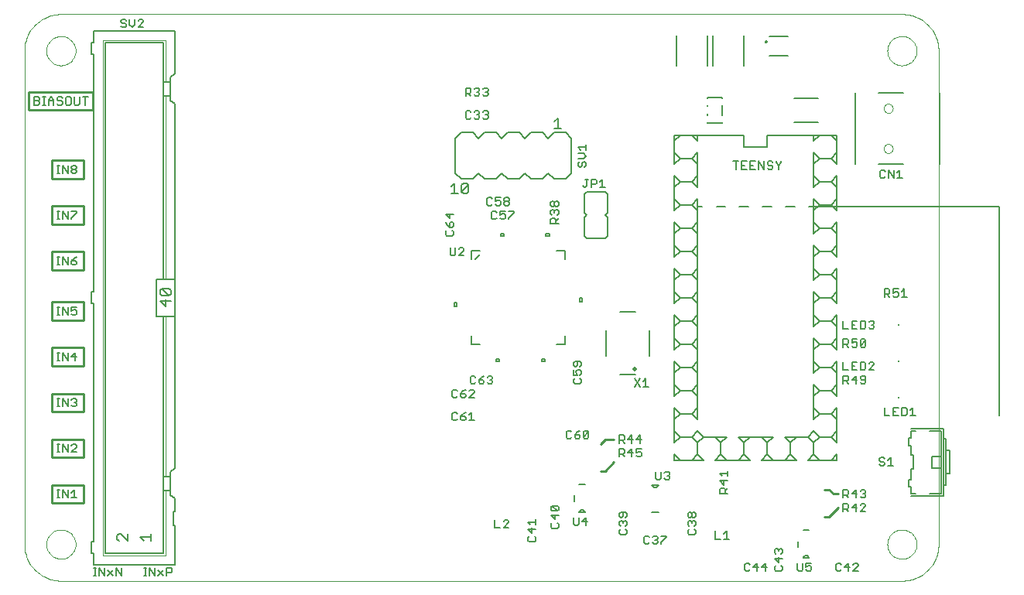
<source format=gto>
G75*
G70*
%OFA0B0*%
%FSLAX24Y24*%
%IPPOS*%
%LPD*%
%AMOC8*
5,1,8,0,0,1.08239X$1,22.5*
%
%ADD10C,0.0100*%
%ADD11C,0.0060*%
%ADD12C,0.0080*%
%ADD13C,0.0050*%
%ADD14C,0.0200*%
%ADD15C,0.0000*%
%ADD16C,0.0020*%
%ADD17R,0.0079X0.0079*%
D10*
X007580Y006762D02*
X007580Y007549D01*
X008958Y007549D01*
X008958Y006762D01*
X007580Y006762D01*
X007580Y008731D02*
X007580Y009518D01*
X008958Y009518D01*
X008958Y008731D01*
X007580Y008731D01*
X007580Y010699D02*
X007580Y011486D01*
X008958Y011486D01*
X008958Y010699D01*
X007580Y010699D01*
X007580Y012668D02*
X007580Y013455D01*
X008958Y013455D01*
X008958Y012668D01*
X007580Y012668D01*
X007580Y014636D02*
X007580Y015423D01*
X008958Y015423D01*
X008958Y014636D01*
X007580Y014636D01*
X007580Y016801D02*
X007580Y017589D01*
X008958Y017589D01*
X008958Y016801D01*
X007580Y016801D01*
X007580Y018770D02*
X007580Y019557D01*
X008958Y019557D01*
X008958Y018770D01*
X007580Y018770D01*
X007580Y020738D02*
X007580Y021526D01*
X008958Y021526D01*
X008958Y020738D01*
X007580Y020738D01*
X006596Y023691D02*
X009352Y023691D01*
X009352Y024479D01*
X006596Y024479D01*
X006596Y023691D01*
X031202Y009321D02*
X031399Y009518D01*
X031793Y009518D01*
X031793Y008534D02*
X031399Y008140D01*
X031202Y008140D01*
X040848Y007353D02*
X041045Y007353D01*
X041242Y007156D01*
X041439Y007156D01*
X041439Y006565D02*
X041045Y006172D01*
X040848Y006172D01*
D11*
X041665Y006398D02*
X041665Y006739D01*
X041836Y006739D01*
X041892Y006682D01*
X041892Y006569D01*
X041836Y006512D01*
X041665Y006512D01*
X041779Y006512D02*
X041892Y006398D01*
X042034Y006569D02*
X042261Y006569D01*
X042204Y006739D02*
X042034Y006569D01*
X042204Y006739D02*
X042204Y006398D01*
X042402Y006398D02*
X042629Y006625D01*
X042629Y006682D01*
X042572Y006739D01*
X042459Y006739D01*
X042402Y006682D01*
X042402Y006398D02*
X042629Y006398D01*
X042572Y006989D02*
X042459Y006989D01*
X042402Y007046D01*
X042515Y007159D02*
X042572Y007159D01*
X042629Y007102D01*
X042629Y007046D01*
X042572Y006989D01*
X042572Y007159D02*
X042629Y007216D01*
X042629Y007272D01*
X042572Y007329D01*
X042459Y007329D01*
X042402Y007272D01*
X042261Y007159D02*
X042034Y007159D01*
X042204Y007329D01*
X042204Y006989D01*
X041892Y006989D02*
X041779Y007102D01*
X041836Y007102D02*
X041665Y007102D01*
X041665Y006989D02*
X041665Y007329D01*
X041836Y007329D01*
X041892Y007272D01*
X041892Y007159D01*
X041836Y007102D01*
X040181Y005590D02*
X039941Y005590D01*
X039721Y005120D02*
X039721Y004860D01*
X039941Y004390D02*
X040181Y004390D01*
X040179Y004411D01*
X040174Y004431D01*
X040165Y004450D01*
X040153Y004467D01*
X040138Y004482D01*
X040121Y004494D01*
X040102Y004503D01*
X040082Y004508D01*
X040061Y004510D01*
X040040Y004508D01*
X040020Y004503D01*
X040001Y004494D01*
X039984Y004482D01*
X039969Y004467D01*
X039957Y004450D01*
X039948Y004431D01*
X039943Y004411D01*
X039941Y004390D01*
X039924Y004180D02*
X039924Y003896D01*
X039867Y003839D01*
X039754Y003839D01*
X039697Y003896D01*
X039697Y004180D01*
X040065Y004180D02*
X040065Y004009D01*
X040179Y004066D01*
X040235Y004066D01*
X040292Y004009D01*
X040292Y003896D01*
X040235Y003839D01*
X040122Y003839D01*
X040065Y003896D01*
X040065Y004180D02*
X040292Y004180D01*
X041348Y004117D02*
X041348Y003890D01*
X041405Y003833D01*
X041518Y003833D01*
X041575Y003890D01*
X041716Y004003D02*
X041943Y004003D01*
X041886Y003833D02*
X041886Y004173D01*
X041716Y004003D01*
X041575Y004117D02*
X041518Y004173D01*
X041405Y004173D01*
X041348Y004117D01*
X042085Y004117D02*
X042141Y004173D01*
X042255Y004173D01*
X042311Y004117D01*
X042311Y004060D01*
X042085Y003833D01*
X042311Y003833D01*
X039046Y003896D02*
X039046Y004009D01*
X038990Y004066D01*
X039046Y003896D02*
X038990Y003839D01*
X038763Y003839D01*
X038706Y003896D01*
X038706Y004009D01*
X038763Y004066D01*
X038876Y004208D02*
X038876Y004434D01*
X039046Y004378D02*
X038706Y004378D01*
X038876Y004208D01*
X038763Y004576D02*
X038706Y004633D01*
X038706Y004746D01*
X038763Y004803D01*
X038820Y004803D01*
X038876Y004746D01*
X038933Y004803D01*
X038990Y004803D01*
X039046Y004746D01*
X039046Y004633D01*
X038990Y004576D01*
X038876Y004689D02*
X038876Y004746D01*
X038318Y004173D02*
X038148Y004003D01*
X038374Y004003D01*
X038318Y003833D02*
X038318Y004173D01*
X038006Y004003D02*
X037779Y004003D01*
X037949Y004173D01*
X037949Y003833D01*
X037638Y003890D02*
X037581Y003833D01*
X037468Y003833D01*
X037411Y003890D01*
X037411Y004117D01*
X037468Y004173D01*
X037581Y004173D01*
X037638Y004117D01*
X036749Y005217D02*
X036522Y005217D01*
X036635Y005217D02*
X036635Y005558D01*
X036522Y005444D01*
X036380Y005217D02*
X036154Y005217D01*
X036154Y005558D01*
X035306Y005584D02*
X035250Y005641D01*
X035306Y005584D02*
X035306Y005471D01*
X035250Y005414D01*
X035023Y005414D01*
X034966Y005471D01*
X034966Y005584D01*
X035023Y005641D01*
X035023Y005782D02*
X034966Y005839D01*
X034966Y005953D01*
X035023Y006009D01*
X035079Y006009D01*
X035136Y005953D01*
X035193Y006009D01*
X035250Y006009D01*
X035306Y005953D01*
X035306Y005839D01*
X035250Y005782D01*
X035136Y005896D02*
X035136Y005953D01*
X035079Y006151D02*
X035023Y006151D01*
X034966Y006207D01*
X034966Y006321D01*
X035023Y006378D01*
X035079Y006378D01*
X035136Y006321D01*
X035136Y006207D01*
X035079Y006151D01*
X035136Y006207D02*
X035193Y006151D01*
X035250Y006151D01*
X035306Y006207D01*
X035306Y006321D01*
X035250Y006378D01*
X035193Y006378D01*
X035136Y006321D01*
X033725Y006369D02*
X033405Y006369D01*
X032353Y006321D02*
X032297Y006378D01*
X032070Y006378D01*
X032013Y006321D01*
X032013Y006207D01*
X032070Y006151D01*
X032127Y006151D01*
X032183Y006207D01*
X032183Y006378D01*
X032353Y006321D02*
X032353Y006207D01*
X032297Y006151D01*
X032297Y006009D02*
X032353Y005953D01*
X032353Y005839D01*
X032297Y005782D01*
X032297Y005641D02*
X032353Y005584D01*
X032353Y005471D01*
X032297Y005414D01*
X032070Y005414D01*
X032013Y005471D01*
X032013Y005584D01*
X032070Y005641D01*
X032070Y005782D02*
X032013Y005839D01*
X032013Y005953D01*
X032070Y006009D01*
X032127Y006009D01*
X032183Y005953D01*
X032240Y006009D01*
X032297Y006009D01*
X032183Y005953D02*
X032183Y005896D01*
X033080Y005298D02*
X033080Y005071D01*
X033137Y005014D01*
X033250Y005014D01*
X033307Y005071D01*
X033448Y005071D02*
X033505Y005014D01*
X033619Y005014D01*
X033675Y005071D01*
X033675Y005128D01*
X033619Y005184D01*
X033562Y005184D01*
X033619Y005184D02*
X033675Y005241D01*
X033675Y005298D01*
X033619Y005354D01*
X033505Y005354D01*
X033448Y005298D01*
X033307Y005298D02*
X033250Y005354D01*
X033137Y005354D01*
X033080Y005298D01*
X033817Y005354D02*
X034044Y005354D01*
X034044Y005298D01*
X033817Y005071D01*
X033817Y005014D01*
X030646Y005978D02*
X030420Y005978D01*
X030590Y006148D01*
X030590Y005808D01*
X030278Y005865D02*
X030278Y006148D01*
X030295Y006359D02*
X030535Y006359D01*
X030533Y006380D01*
X030528Y006400D01*
X030519Y006419D01*
X030507Y006436D01*
X030492Y006451D01*
X030475Y006463D01*
X030456Y006472D01*
X030436Y006477D01*
X030415Y006479D01*
X030394Y006477D01*
X030374Y006472D01*
X030355Y006463D01*
X030338Y006451D01*
X030323Y006436D01*
X030311Y006419D01*
X030302Y006400D01*
X030297Y006380D01*
X030295Y006359D01*
X030051Y006148D02*
X030051Y005865D01*
X030108Y005808D01*
X030221Y005808D01*
X030278Y005865D01*
X029407Y005857D02*
X029350Y005914D01*
X029407Y005857D02*
X029407Y005744D01*
X029350Y005687D01*
X029123Y005687D01*
X029067Y005744D01*
X029067Y005857D01*
X029123Y005914D01*
X029237Y006055D02*
X029237Y006282D01*
X029407Y006226D02*
X029067Y006226D01*
X029237Y006055D01*
X029350Y006424D02*
X029123Y006651D01*
X029350Y006651D01*
X029407Y006594D01*
X029407Y006480D01*
X029350Y006424D01*
X029123Y006424D01*
X029067Y006480D01*
X029067Y006594D01*
X029123Y006651D01*
X030075Y006829D02*
X030075Y007089D01*
X030295Y007559D02*
X030535Y007559D01*
X032020Y008761D02*
X032020Y009101D01*
X032190Y009101D01*
X032247Y009044D01*
X032247Y008931D01*
X032190Y008874D01*
X032020Y008874D01*
X032133Y008874D02*
X032247Y008761D01*
X032388Y008931D02*
X032615Y008931D01*
X032756Y008931D02*
X032870Y008987D01*
X032927Y008987D01*
X032983Y008931D01*
X032983Y008817D01*
X032927Y008761D01*
X032813Y008761D01*
X032756Y008817D01*
X032756Y008931D02*
X032756Y009101D01*
X032983Y009101D01*
X032927Y009351D02*
X032927Y009691D01*
X032756Y009521D01*
X032983Y009521D01*
X032615Y009521D02*
X032388Y009521D01*
X032558Y009691D01*
X032558Y009351D01*
X032558Y009101D02*
X032388Y008931D01*
X032558Y008761D02*
X032558Y009101D01*
X032247Y009351D02*
X032133Y009465D01*
X032190Y009465D02*
X032020Y009465D01*
X032020Y009351D02*
X032020Y009691D01*
X032190Y009691D01*
X032247Y009635D01*
X032247Y009521D01*
X032190Y009465D01*
X030697Y009598D02*
X030640Y009542D01*
X030527Y009542D01*
X030470Y009598D01*
X030697Y009825D01*
X030697Y009598D01*
X030470Y009598D02*
X030470Y009825D01*
X030527Y009882D01*
X030640Y009882D01*
X030697Y009825D01*
X030329Y009882D02*
X030215Y009825D01*
X030102Y009712D01*
X030272Y009712D01*
X030329Y009655D01*
X030329Y009598D01*
X030272Y009542D01*
X030159Y009542D01*
X030102Y009598D01*
X030102Y009712D01*
X029961Y009825D02*
X029904Y009882D01*
X029790Y009882D01*
X029734Y009825D01*
X029734Y009598D01*
X029790Y009542D01*
X029904Y009542D01*
X029961Y009598D01*
X030101Y011910D02*
X030045Y011967D01*
X030045Y012080D01*
X030101Y012137D01*
X030045Y012278D02*
X030215Y012278D01*
X030158Y012392D01*
X030158Y012449D01*
X030215Y012505D01*
X030328Y012505D01*
X030385Y012449D01*
X030385Y012335D01*
X030328Y012278D01*
X030328Y012137D02*
X030385Y012080D01*
X030385Y011967D01*
X030328Y011910D01*
X030101Y011910D01*
X030045Y012278D02*
X030045Y012505D01*
X030101Y012647D02*
X030045Y012704D01*
X030045Y012817D01*
X030101Y012874D01*
X030328Y012874D01*
X030385Y012817D01*
X030385Y012704D01*
X030328Y012647D01*
X030215Y012704D02*
X030158Y012647D01*
X030101Y012647D01*
X030215Y012704D02*
X030215Y012874D01*
X029669Y013610D02*
X029319Y013610D01*
X029669Y013610D02*
X029669Y013960D01*
X028819Y012980D02*
X028669Y012980D01*
X028669Y012880D01*
X028819Y012880D01*
X028819Y012980D01*
X026849Y012980D02*
X026849Y012880D01*
X026699Y012880D01*
X026699Y012980D01*
X026849Y012980D01*
X025999Y013610D02*
X025649Y013610D01*
X025649Y013960D01*
X025019Y015250D02*
X024919Y015250D01*
X024919Y015400D01*
X025019Y015400D01*
X025019Y015250D01*
X025649Y017280D02*
X025649Y017630D01*
X025999Y017630D01*
X025999Y017480D02*
X025799Y017280D01*
X025331Y017422D02*
X025105Y017422D01*
X025331Y017649D01*
X025331Y017706D01*
X025275Y017762D01*
X025161Y017762D01*
X025105Y017706D01*
X024963Y017762D02*
X024963Y017479D01*
X024906Y017422D01*
X024793Y017422D01*
X024736Y017479D01*
X024736Y017762D01*
X024823Y018286D02*
X024879Y018342D01*
X024879Y018456D01*
X024823Y018512D01*
X024823Y018654D02*
X024879Y018711D01*
X024879Y018824D01*
X024823Y018881D01*
X024766Y018881D01*
X024709Y018824D01*
X024709Y018654D01*
X024823Y018654D01*
X024709Y018654D02*
X024596Y018767D01*
X024539Y018881D01*
X024709Y019022D02*
X024709Y019249D01*
X024539Y019192D02*
X024709Y019022D01*
X024879Y019192D02*
X024539Y019192D01*
X024596Y018512D02*
X024539Y018456D01*
X024539Y018342D01*
X024596Y018286D01*
X024823Y018286D01*
X026508Y019054D02*
X026508Y019280D01*
X026565Y019337D01*
X026678Y019337D01*
X026735Y019280D01*
X026876Y019337D02*
X026876Y019167D01*
X026990Y019224D01*
X027046Y019224D01*
X027103Y019167D01*
X027103Y019054D01*
X027046Y018997D01*
X026933Y018997D01*
X026876Y019054D01*
X026735Y019054D02*
X026678Y018997D01*
X026565Y018997D01*
X026508Y019054D01*
X026876Y019337D02*
X027103Y019337D01*
X027245Y019337D02*
X027471Y019337D01*
X027471Y019280D01*
X027245Y019054D01*
X027245Y018997D01*
X027218Y019587D02*
X027104Y019587D01*
X027048Y019644D01*
X027048Y019701D01*
X027104Y019757D01*
X027218Y019757D01*
X027275Y019701D01*
X027275Y019644D01*
X027218Y019587D01*
X027218Y019757D02*
X027275Y019814D01*
X027275Y019871D01*
X027218Y019928D01*
X027104Y019928D01*
X027048Y019871D01*
X027048Y019814D01*
X027104Y019757D01*
X026906Y019757D02*
X026850Y019814D01*
X026793Y019814D01*
X026679Y019757D01*
X026679Y019928D01*
X026906Y019928D01*
X026906Y019757D02*
X026906Y019644D01*
X026850Y019587D01*
X026736Y019587D01*
X026679Y019644D01*
X026538Y019644D02*
X026481Y019587D01*
X026368Y019587D01*
X026311Y019644D01*
X026311Y019871D01*
X026368Y019928D01*
X026481Y019928D01*
X026538Y019871D01*
X026712Y020723D02*
X026212Y020723D01*
X025962Y020973D01*
X025712Y020723D01*
X025212Y020723D01*
X024962Y020973D01*
X024962Y022473D01*
X025212Y022723D01*
X025712Y022723D01*
X025962Y022473D01*
X026212Y022723D01*
X026712Y022723D01*
X026962Y022473D01*
X027212Y022723D01*
X027712Y022723D01*
X027962Y022473D01*
X028212Y022723D01*
X028712Y022723D01*
X028962Y022473D01*
X029212Y022723D01*
X029712Y022723D01*
X029962Y022473D01*
X029962Y020973D01*
X029712Y020723D01*
X029212Y020723D01*
X028962Y020973D01*
X028712Y020723D01*
X028212Y020723D01*
X027962Y020973D01*
X027712Y020723D01*
X027212Y020723D01*
X026962Y020973D01*
X026712Y020723D01*
X029060Y019707D02*
X029117Y019763D01*
X029174Y019763D01*
X029231Y019707D01*
X029231Y019593D01*
X029174Y019537D01*
X029117Y019537D01*
X029060Y019593D01*
X029060Y019707D01*
X029231Y019707D02*
X029287Y019763D01*
X029344Y019763D01*
X029401Y019707D01*
X029401Y019593D01*
X029344Y019537D01*
X029287Y019537D01*
X029231Y019593D01*
X029287Y019395D02*
X029344Y019395D01*
X029401Y019338D01*
X029401Y019225D01*
X029344Y019168D01*
X029401Y019027D02*
X029287Y018913D01*
X029287Y018970D02*
X029287Y018800D01*
X029401Y018800D02*
X029060Y018800D01*
X029060Y018970D01*
X029117Y019027D01*
X029231Y019027D01*
X029287Y018970D01*
X029117Y019168D02*
X029060Y019225D01*
X029060Y019338D01*
X029117Y019395D01*
X029174Y019395D01*
X029231Y019338D01*
X029287Y019395D01*
X029231Y019338D02*
X029231Y019282D01*
X030506Y019264D02*
X030506Y020064D01*
X030606Y020164D01*
X031406Y020164D01*
X031506Y020064D01*
X031506Y019264D01*
X031406Y019164D01*
X031506Y019064D01*
X031506Y018264D01*
X031406Y018164D01*
X030606Y018164D01*
X030506Y018264D01*
X030506Y019064D01*
X030606Y019164D01*
X030506Y019264D01*
X030502Y020375D02*
X030558Y020375D01*
X030615Y020431D01*
X030615Y020715D01*
X030558Y020715D02*
X030672Y020715D01*
X030813Y020715D02*
X030983Y020715D01*
X031040Y020658D01*
X031040Y020545D01*
X030983Y020488D01*
X030813Y020488D01*
X030813Y020375D02*
X030813Y020715D01*
X031182Y020602D02*
X031295Y020715D01*
X031295Y020375D01*
X031182Y020375D02*
X031408Y020375D01*
X030502Y020375D02*
X030445Y020431D01*
X030361Y021238D02*
X030418Y021295D01*
X030418Y021408D01*
X030475Y021465D01*
X030531Y021465D01*
X030588Y021408D01*
X030588Y021295D01*
X030531Y021238D01*
X030361Y021238D02*
X030305Y021238D01*
X030248Y021295D01*
X030248Y021408D01*
X030305Y021465D01*
X030248Y021607D02*
X030475Y021607D01*
X030588Y021720D01*
X030475Y021833D01*
X030248Y021833D01*
X030361Y021975D02*
X030248Y022088D01*
X030588Y022088D01*
X030588Y021975D02*
X030588Y022202D01*
X026366Y023378D02*
X026310Y023321D01*
X026196Y023321D01*
X026140Y023378D01*
X025998Y023378D02*
X025941Y023321D01*
X025828Y023321D01*
X025771Y023378D01*
X025630Y023378D02*
X025573Y023321D01*
X025460Y023321D01*
X025403Y023378D01*
X025403Y023605D01*
X025460Y023661D01*
X025573Y023661D01*
X025630Y023605D01*
X025771Y023605D02*
X025828Y023661D01*
X025941Y023661D01*
X025998Y023605D01*
X025998Y023548D01*
X025941Y023491D01*
X025998Y023435D01*
X025998Y023378D01*
X025941Y023491D02*
X025885Y023491D01*
X026140Y023605D02*
X026196Y023661D01*
X026310Y023661D01*
X026366Y023605D01*
X026366Y023548D01*
X026310Y023491D01*
X026366Y023435D01*
X026366Y023378D01*
X026310Y023491D02*
X026253Y023491D01*
X026196Y024305D02*
X026140Y024362D01*
X026196Y024305D02*
X026310Y024305D01*
X026366Y024362D01*
X026366Y024419D01*
X026310Y024476D01*
X026253Y024476D01*
X026310Y024476D02*
X026366Y024532D01*
X026366Y024589D01*
X026310Y024646D01*
X026196Y024646D01*
X026140Y024589D01*
X025998Y024589D02*
X025998Y024532D01*
X025941Y024476D01*
X025998Y024419D01*
X025998Y024362D01*
X025941Y024305D01*
X025828Y024305D01*
X025771Y024362D01*
X025630Y024305D02*
X025516Y024419D01*
X025573Y024419D02*
X025403Y024419D01*
X025403Y024305D02*
X025403Y024646D01*
X025573Y024646D01*
X025630Y024589D01*
X025630Y024476D01*
X025573Y024419D01*
X025771Y024589D02*
X025828Y024646D01*
X025941Y024646D01*
X025998Y024589D01*
X025941Y024476D02*
X025885Y024476D01*
X034469Y025590D02*
X034469Y026910D01*
X035809Y026910D02*
X035809Y025590D01*
X036044Y025590D02*
X036044Y026910D01*
X037384Y026910D02*
X037384Y025590D01*
X038470Y026037D02*
X039290Y026037D01*
X039290Y026857D02*
X038470Y026857D01*
X038370Y026647D02*
X038369Y026656D01*
X038364Y026665D01*
X038358Y026671D01*
X038349Y026676D01*
X038340Y026677D01*
X038331Y026676D01*
X038322Y026671D01*
X038316Y026665D01*
X038311Y026656D01*
X038310Y026647D01*
X038311Y026638D01*
X038316Y026629D01*
X038322Y026623D01*
X038331Y026618D01*
X038340Y026617D01*
X038349Y026618D01*
X038358Y026623D01*
X038364Y026629D01*
X038369Y026638D01*
X038370Y026647D01*
X039541Y024211D02*
X040581Y024211D01*
X040581Y023171D02*
X039541Y023171D01*
X038994Y021491D02*
X038994Y021434D01*
X038880Y021320D01*
X038880Y021150D01*
X038880Y021320D02*
X038767Y021434D01*
X038767Y021491D01*
X038625Y021434D02*
X038569Y021491D01*
X038455Y021491D01*
X038399Y021434D01*
X038399Y021377D01*
X038455Y021320D01*
X038569Y021320D01*
X038625Y021264D01*
X038625Y021207D01*
X038569Y021150D01*
X038455Y021150D01*
X038399Y021207D01*
X038257Y021150D02*
X038257Y021491D01*
X038030Y021491D02*
X038030Y021150D01*
X037889Y021150D02*
X037662Y021150D01*
X037662Y021491D01*
X037889Y021491D01*
X038030Y021491D02*
X038257Y021150D01*
X037775Y021320D02*
X037662Y021320D01*
X037520Y021150D02*
X037294Y021150D01*
X037294Y021491D01*
X037520Y021491D01*
X037407Y021320D02*
X037294Y021320D01*
X037152Y021491D02*
X036925Y021491D01*
X037039Y021491D02*
X037039Y021150D01*
X036443Y023131D02*
X035805Y023131D01*
X035805Y023168D01*
X035805Y023486D02*
X035805Y023523D01*
X035805Y023860D02*
X035805Y023897D01*
X035805Y024214D02*
X035805Y024251D01*
X036443Y024251D01*
X036443Y024214D01*
X036443Y023897D02*
X036443Y023486D01*
X036443Y023168D02*
X036443Y023131D01*
X043240Y021052D02*
X043240Y020825D01*
X043297Y020768D01*
X043410Y020768D01*
X043467Y020825D01*
X043609Y020768D02*
X043609Y021109D01*
X043835Y020768D01*
X043835Y021109D01*
X043977Y020995D02*
X044090Y021109D01*
X044090Y020768D01*
X043977Y020768D02*
X044204Y020768D01*
X043467Y021052D02*
X043410Y021109D01*
X043297Y021109D01*
X043240Y021052D01*
X043437Y015991D02*
X043607Y015991D01*
X043664Y015934D01*
X043664Y015820D01*
X043607Y015764D01*
X043437Y015764D01*
X043551Y015764D02*
X043664Y015650D01*
X043805Y015707D02*
X043862Y015650D01*
X043976Y015650D01*
X044032Y015707D01*
X044032Y015820D01*
X043976Y015877D01*
X043919Y015877D01*
X043805Y015820D01*
X043805Y015991D01*
X044032Y015991D01*
X044174Y015877D02*
X044287Y015991D01*
X044287Y015650D01*
X044174Y015650D02*
X044401Y015650D01*
X043437Y015650D02*
X043437Y015991D01*
X042941Y014613D02*
X042827Y014613D01*
X042770Y014556D01*
X042629Y014556D02*
X042572Y014613D01*
X042402Y014613D01*
X042402Y014272D01*
X042572Y014272D01*
X042629Y014329D01*
X042629Y014556D01*
X042770Y014329D02*
X042827Y014272D01*
X042941Y014272D01*
X042997Y014329D01*
X042997Y014386D01*
X042941Y014443D01*
X042884Y014443D01*
X042941Y014443D02*
X042997Y014499D01*
X042997Y014556D01*
X042941Y014613D01*
X042261Y014613D02*
X042034Y014613D01*
X042034Y014272D01*
X042261Y014272D01*
X042147Y014443D02*
X042034Y014443D01*
X041892Y014272D02*
X041665Y014272D01*
X041665Y014613D01*
X041665Y013825D02*
X041836Y013825D01*
X041892Y013769D01*
X041892Y013655D01*
X041836Y013598D01*
X041665Y013598D01*
X041665Y013485D02*
X041665Y013825D01*
X041779Y013598D02*
X041892Y013485D01*
X042034Y013542D02*
X042090Y013485D01*
X042204Y013485D01*
X042261Y013542D01*
X042261Y013655D01*
X042204Y013712D01*
X042147Y013712D01*
X042034Y013655D01*
X042034Y013825D01*
X042261Y013825D01*
X042402Y013769D02*
X042402Y013542D01*
X042629Y013769D01*
X042629Y013542D01*
X042572Y013485D01*
X042459Y013485D01*
X042402Y013542D01*
X042402Y013769D02*
X042459Y013825D01*
X042572Y013825D01*
X042629Y013769D01*
X042572Y012841D02*
X042402Y012841D01*
X042402Y012501D01*
X042572Y012501D01*
X042629Y012557D01*
X042629Y012784D01*
X042572Y012841D01*
X042770Y012784D02*
X042827Y012841D01*
X042941Y012841D01*
X042997Y012784D01*
X042997Y012728D01*
X042770Y012501D01*
X042997Y012501D01*
X042629Y012194D02*
X042572Y012250D01*
X042459Y012250D01*
X042402Y012194D01*
X042402Y012137D01*
X042459Y012080D01*
X042629Y012080D01*
X042629Y011967D02*
X042629Y012194D01*
X042629Y011967D02*
X042572Y011910D01*
X042459Y011910D01*
X042402Y011967D01*
X042261Y012080D02*
X042034Y012080D01*
X042204Y012250D01*
X042204Y011910D01*
X041892Y011910D02*
X041779Y012024D01*
X041836Y012024D02*
X041665Y012024D01*
X041665Y011910D02*
X041665Y012250D01*
X041836Y012250D01*
X041892Y012194D01*
X041892Y012080D01*
X041836Y012024D01*
X041892Y012501D02*
X041665Y012501D01*
X041665Y012841D01*
X042034Y012841D02*
X042034Y012501D01*
X042261Y012501D01*
X042147Y012671D02*
X042034Y012671D01*
X042034Y012841D02*
X042261Y012841D01*
X043437Y010873D02*
X043437Y010532D01*
X043664Y010532D01*
X043805Y010532D02*
X044032Y010532D01*
X044174Y010532D02*
X044344Y010532D01*
X044401Y010589D01*
X044401Y010816D01*
X044344Y010873D01*
X044174Y010873D01*
X044174Y010532D01*
X043919Y010702D02*
X043805Y010702D01*
X043805Y010532D02*
X043805Y010873D01*
X044032Y010873D01*
X044542Y010759D02*
X044655Y010873D01*
X044655Y010532D01*
X044542Y010532D02*
X044769Y010532D01*
X044588Y009984D02*
X045988Y009984D01*
X045988Y009534D01*
X045988Y007084D01*
X044588Y007084D01*
X044588Y007184D02*
X044788Y007184D01*
X044588Y007184D02*
X044588Y007484D01*
X044488Y007484D01*
X044488Y007784D01*
X044588Y007784D01*
X044588Y008234D01*
X044688Y008234D01*
X044688Y008834D01*
X044588Y008834D01*
X044588Y009234D01*
X044488Y009234D01*
X044488Y009584D01*
X044588Y009584D01*
X044588Y009884D01*
X044788Y009884D01*
X045388Y009884D02*
X045888Y009884D01*
X045888Y008784D01*
X045488Y008784D01*
X045488Y008284D01*
X045888Y008284D01*
X045888Y008784D01*
X046088Y009034D02*
X046088Y009534D01*
X045988Y009534D01*
X046088Y009034D02*
X046238Y009034D01*
X046238Y008034D01*
X046088Y008034D01*
X046088Y009034D01*
X045888Y008284D02*
X045888Y007184D01*
X045388Y007184D01*
X045988Y007534D02*
X046088Y007534D01*
X046088Y008034D01*
X043820Y008383D02*
X043593Y008383D01*
X043706Y008383D02*
X043706Y008723D01*
X043593Y008609D01*
X043451Y008666D02*
X043395Y008723D01*
X043281Y008723D01*
X043224Y008666D01*
X043224Y008609D01*
X043281Y008553D01*
X043395Y008553D01*
X043451Y008496D01*
X043451Y008439D01*
X043395Y008383D01*
X043281Y008383D01*
X043224Y008439D01*
X036684Y008149D02*
X036684Y007922D01*
X036684Y008036D02*
X036344Y008036D01*
X036457Y007922D01*
X036514Y007781D02*
X036514Y007554D01*
X036344Y007724D01*
X036684Y007724D01*
X036684Y007413D02*
X036571Y007299D01*
X036571Y007356D02*
X036571Y007186D01*
X036684Y007186D02*
X036344Y007186D01*
X036344Y007356D01*
X036401Y007413D01*
X036514Y007413D01*
X036571Y007356D01*
X034190Y007833D02*
X034133Y007776D01*
X034020Y007776D01*
X033963Y007833D01*
X033821Y007833D02*
X033821Y008117D01*
X033963Y008060D02*
X034020Y008117D01*
X034133Y008117D01*
X034190Y008060D01*
X034190Y008003D01*
X034133Y007946D01*
X034190Y007890D01*
X034190Y007833D01*
X034133Y007946D02*
X034076Y007946D01*
X033821Y007833D02*
X033765Y007776D01*
X033651Y007776D01*
X033595Y007833D01*
X033595Y008117D01*
X033685Y007549D02*
X033683Y007528D01*
X033678Y007508D01*
X033669Y007489D01*
X033657Y007472D01*
X033642Y007457D01*
X033625Y007445D01*
X033606Y007436D01*
X033586Y007431D01*
X033565Y007429D01*
X033544Y007431D01*
X033524Y007436D01*
X033505Y007445D01*
X033488Y007457D01*
X033473Y007472D01*
X033461Y007489D01*
X033452Y007508D01*
X033447Y007528D01*
X033445Y007549D01*
X033405Y007549D01*
X033445Y007549D02*
X033685Y007549D01*
X033725Y007549D01*
X028423Y006060D02*
X028423Y005833D01*
X028423Y005947D02*
X028082Y005947D01*
X028196Y005833D01*
X028253Y005692D02*
X028253Y005465D01*
X028082Y005635D01*
X028423Y005635D01*
X028366Y005323D02*
X028423Y005267D01*
X028423Y005153D01*
X028366Y005097D01*
X028139Y005097D01*
X028082Y005153D01*
X028082Y005267D01*
X028139Y005323D01*
X027260Y005695D02*
X027033Y005695D01*
X027260Y005922D01*
X027260Y005979D01*
X027203Y006036D01*
X027090Y006036D01*
X027033Y005979D01*
X026892Y005695D02*
X026665Y005695D01*
X026665Y006036D01*
X025776Y010329D02*
X025549Y010329D01*
X025663Y010329D02*
X025663Y010669D01*
X025549Y010556D01*
X025408Y010669D02*
X025294Y010613D01*
X025181Y010499D01*
X025351Y010499D01*
X025408Y010443D01*
X025408Y010386D01*
X025351Y010329D01*
X025237Y010329D01*
X025181Y010386D01*
X025181Y010499D01*
X025039Y010386D02*
X024983Y010329D01*
X024869Y010329D01*
X024812Y010386D01*
X024812Y010613D01*
X024869Y010669D01*
X024983Y010669D01*
X025039Y010613D01*
X024983Y011313D02*
X025039Y011370D01*
X024983Y011313D02*
X024869Y011313D01*
X024812Y011370D01*
X024812Y011597D01*
X024869Y011654D01*
X024983Y011654D01*
X025039Y011597D01*
X025181Y011483D02*
X025351Y011483D01*
X025408Y011427D01*
X025408Y011370D01*
X025351Y011313D01*
X025237Y011313D01*
X025181Y011370D01*
X025181Y011483D01*
X025294Y011597D01*
X025408Y011654D01*
X025549Y011597D02*
X025606Y011654D01*
X025719Y011654D01*
X025776Y011597D01*
X025776Y011540D01*
X025549Y011313D01*
X025776Y011313D01*
X025770Y011904D02*
X025827Y011961D01*
X025770Y011904D02*
X025657Y011904D01*
X025600Y011961D01*
X025600Y012187D01*
X025657Y012244D01*
X025770Y012244D01*
X025827Y012187D01*
X025968Y012074D02*
X026138Y012074D01*
X026195Y012017D01*
X026195Y011961D01*
X026138Y011904D01*
X026025Y011904D01*
X025968Y011961D01*
X025968Y012074D01*
X026082Y012187D01*
X026195Y012244D01*
X026336Y012187D02*
X026393Y012244D01*
X026507Y012244D01*
X026563Y012187D01*
X026563Y012131D01*
X026507Y012074D01*
X026563Y012017D01*
X026563Y011961D01*
X026507Y011904D01*
X026393Y011904D01*
X026336Y011961D01*
X026450Y012074D02*
X026507Y012074D01*
X030299Y015450D02*
X030299Y015600D01*
X030399Y015600D01*
X030399Y015450D01*
X030299Y015450D01*
X029669Y017280D02*
X029669Y017630D01*
X029319Y017630D01*
X029009Y018260D02*
X028859Y018260D01*
X028859Y018360D01*
X029009Y018360D01*
X029009Y018260D01*
X027049Y018260D02*
X026899Y018260D01*
X026899Y018360D01*
X027049Y018360D01*
X027049Y018260D01*
X032677Y012122D02*
X032904Y011782D01*
X033045Y011782D02*
X033272Y011782D01*
X033159Y011782D02*
X033159Y012122D01*
X033045Y012009D01*
X032904Y012122D02*
X032677Y011782D01*
X012756Y003926D02*
X012756Y003813D01*
X012700Y003756D01*
X012529Y003756D01*
X012529Y003642D02*
X012529Y003983D01*
X012700Y003983D01*
X012756Y003926D01*
X012388Y003869D02*
X012161Y003642D01*
X012020Y003642D02*
X012020Y003983D01*
X012161Y003869D02*
X012388Y003642D01*
X012020Y003642D02*
X011793Y003983D01*
X011793Y003642D01*
X011661Y003642D02*
X011547Y003642D01*
X011604Y003642D02*
X011604Y003983D01*
X011547Y003983D02*
X011661Y003983D01*
X010591Y003983D02*
X010591Y003642D01*
X010364Y003983D01*
X010364Y003642D01*
X010223Y003642D02*
X009996Y003869D01*
X009854Y003983D02*
X009854Y003642D01*
X009628Y003983D01*
X009628Y003642D01*
X009495Y003642D02*
X009382Y003642D01*
X009439Y003642D02*
X009439Y003983D01*
X009495Y003983D02*
X009382Y003983D01*
X009996Y003642D02*
X010223Y003869D01*
X008648Y006989D02*
X008421Y006989D01*
X008534Y006989D02*
X008534Y007329D01*
X008421Y007216D01*
X008280Y007329D02*
X008280Y006989D01*
X008053Y007329D01*
X008053Y006989D01*
X007921Y006989D02*
X007807Y006989D01*
X007864Y006989D02*
X007864Y007329D01*
X007807Y007329D02*
X007921Y007329D01*
X007921Y008957D02*
X007807Y008957D01*
X007864Y008957D02*
X007864Y009298D01*
X007807Y009298D02*
X007921Y009298D01*
X008053Y009298D02*
X008280Y008957D01*
X008280Y009298D01*
X008421Y009241D02*
X008478Y009298D01*
X008591Y009298D01*
X008648Y009241D01*
X008648Y009184D01*
X008421Y008957D01*
X008648Y008957D01*
X008053Y008957D02*
X008053Y009298D01*
X008053Y010926D02*
X008053Y011266D01*
X008280Y010926D01*
X008280Y011266D01*
X008421Y011210D02*
X008478Y011266D01*
X008591Y011266D01*
X008648Y011210D01*
X008648Y011153D01*
X008591Y011096D01*
X008648Y011039D01*
X008648Y010983D01*
X008591Y010926D01*
X008478Y010926D01*
X008421Y010983D01*
X008534Y011096D02*
X008591Y011096D01*
X007921Y010926D02*
X007807Y010926D01*
X007864Y010926D02*
X007864Y011266D01*
X007807Y011266D02*
X007921Y011266D01*
X007921Y012894D02*
X007807Y012894D01*
X007864Y012894D02*
X007864Y013235D01*
X007807Y013235D02*
X007921Y013235D01*
X008053Y013235D02*
X008280Y012894D01*
X008280Y013235D01*
X008421Y013065D02*
X008648Y013065D01*
X008591Y013235D02*
X008421Y013065D01*
X008591Y013235D02*
X008591Y012894D01*
X008053Y012894D02*
X008053Y013235D01*
X008053Y014863D02*
X008053Y015203D01*
X008280Y014863D01*
X008280Y015203D01*
X008421Y015203D02*
X008421Y015033D01*
X008534Y015090D01*
X008591Y015090D01*
X008648Y015033D01*
X008648Y014920D01*
X008591Y014863D01*
X008478Y014863D01*
X008421Y014920D01*
X008421Y015203D02*
X008648Y015203D01*
X007921Y015203D02*
X007807Y015203D01*
X007864Y015203D02*
X007864Y014863D01*
X007807Y014863D02*
X007921Y014863D01*
X007921Y017028D02*
X007807Y017028D01*
X007864Y017028D02*
X007864Y017369D01*
X007807Y017369D02*
X007921Y017369D01*
X008053Y017369D02*
X008280Y017028D01*
X008280Y017369D01*
X008421Y017198D02*
X008534Y017312D01*
X008648Y017369D01*
X008591Y017198D02*
X008421Y017198D01*
X008421Y017085D01*
X008478Y017028D01*
X008591Y017028D01*
X008648Y017085D01*
X008648Y017142D01*
X008591Y017198D01*
X008053Y017028D02*
X008053Y017369D01*
X008053Y018997D02*
X008053Y019337D01*
X008280Y018997D01*
X008280Y019337D01*
X008421Y019337D02*
X008648Y019337D01*
X008648Y019280D01*
X008421Y019054D01*
X008421Y018997D01*
X007921Y018997D02*
X007807Y018997D01*
X007864Y018997D02*
X007864Y019337D01*
X007807Y019337D02*
X007921Y019337D01*
X007921Y020965D02*
X007807Y020965D01*
X007864Y020965D02*
X007864Y021306D01*
X007807Y021306D02*
X007921Y021306D01*
X008053Y021306D02*
X008280Y020965D01*
X008280Y021306D01*
X008421Y021249D02*
X008421Y021192D01*
X008478Y021135D01*
X008591Y021135D01*
X008648Y021079D01*
X008648Y021022D01*
X008591Y020965D01*
X008478Y020965D01*
X008421Y021022D01*
X008421Y021079D01*
X008478Y021135D01*
X008591Y021135D02*
X008648Y021192D01*
X008648Y021249D01*
X008591Y021306D01*
X008478Y021306D01*
X008421Y021249D01*
X008053Y021306D02*
X008053Y020965D01*
X007975Y023918D02*
X007862Y023918D01*
X007805Y023975D01*
X007862Y024088D02*
X007975Y024088D01*
X008032Y024031D01*
X008032Y023975D01*
X007975Y023918D01*
X007862Y024088D02*
X007805Y024145D01*
X007805Y024202D01*
X007862Y024258D01*
X007975Y024258D01*
X008032Y024202D01*
X008173Y024202D02*
X008173Y023975D01*
X008230Y023918D01*
X008344Y023918D01*
X008400Y023975D01*
X008400Y024202D01*
X008344Y024258D01*
X008230Y024258D01*
X008173Y024202D01*
X008542Y024258D02*
X008542Y023975D01*
X008598Y023918D01*
X008712Y023918D01*
X008769Y023975D01*
X008769Y024258D01*
X008910Y024258D02*
X009137Y024258D01*
X009023Y024258D02*
X009023Y023918D01*
X007664Y023918D02*
X007664Y024145D01*
X007550Y024258D01*
X007437Y024145D01*
X007437Y023918D01*
X007305Y023918D02*
X007191Y023918D01*
X007248Y023918D02*
X007248Y024258D01*
X007191Y024258D02*
X007305Y024258D01*
X007437Y024088D02*
X007664Y024088D01*
X007050Y024031D02*
X007050Y023975D01*
X006993Y023918D01*
X006823Y023918D01*
X006823Y024258D01*
X006993Y024258D01*
X007050Y024202D01*
X007050Y024145D01*
X006993Y024088D01*
X006823Y024088D01*
X006993Y024088D02*
X007050Y024031D01*
X010563Y027321D02*
X010620Y027265D01*
X010733Y027265D01*
X010790Y027321D01*
X010790Y027378D01*
X010733Y027435D01*
X010620Y027435D01*
X010563Y027491D01*
X010563Y027548D01*
X010620Y027605D01*
X010733Y027605D01*
X010790Y027548D01*
X010931Y027605D02*
X010931Y027378D01*
X011045Y027265D01*
X011158Y027378D01*
X011158Y027605D01*
X011300Y027548D02*
X011356Y027605D01*
X011470Y027605D01*
X011527Y027548D01*
X011527Y027491D01*
X011300Y027265D01*
X011527Y027265D01*
D12*
X032039Y014990D02*
X032728Y014990D01*
X033328Y014190D02*
X033328Y013113D01*
X034395Y012870D02*
X034395Y012370D01*
X034395Y011870D01*
X034395Y011370D01*
X034645Y011620D01*
X034395Y011870D01*
X034645Y011620D02*
X035145Y011620D01*
X035395Y011870D01*
X035395Y011370D01*
X035395Y010870D01*
X035395Y010370D01*
X035145Y010620D01*
X035395Y010870D01*
X035145Y010620D02*
X034645Y010620D01*
X034395Y010870D01*
X034395Y010370D01*
X034645Y010620D01*
X034395Y010370D02*
X034395Y009870D01*
X034395Y009370D01*
X034645Y009620D01*
X034395Y009870D01*
X034645Y009620D02*
X035145Y009620D01*
X035395Y009870D01*
X035645Y009620D01*
X036145Y009620D01*
X036645Y009620D01*
X036395Y009370D01*
X036145Y009620D01*
X036395Y009370D02*
X036395Y008870D01*
X036145Y008620D01*
X036645Y008620D01*
X037145Y008620D01*
X037645Y008620D01*
X037395Y008870D01*
X037145Y008620D01*
X037395Y008870D02*
X037395Y009370D01*
X037145Y009620D01*
X037645Y009620D01*
X038145Y009620D01*
X038645Y009620D01*
X038395Y009370D01*
X038145Y009620D01*
X038395Y009370D02*
X038395Y008870D01*
X038145Y008620D01*
X038645Y008620D01*
X038395Y008870D01*
X038645Y008620D02*
X039145Y008620D01*
X039645Y008620D01*
X039395Y008870D01*
X039145Y008620D01*
X039395Y008870D02*
X039395Y009370D01*
X039145Y009620D01*
X039645Y009620D01*
X040145Y009620D01*
X040395Y009870D01*
X040645Y009620D01*
X041145Y009620D01*
X041395Y009870D01*
X041395Y009370D01*
X041145Y009620D01*
X041395Y009870D02*
X041395Y010370D01*
X041395Y010870D01*
X041145Y010620D01*
X040645Y010620D01*
X040395Y010870D01*
X040395Y010370D01*
X040645Y010620D01*
X040395Y010870D02*
X040395Y011370D01*
X040395Y011870D01*
X040645Y011620D01*
X040395Y011370D01*
X040645Y011620D02*
X041145Y011620D01*
X041395Y011870D01*
X041395Y011370D01*
X041145Y011620D01*
X041395Y011870D02*
X041395Y012370D01*
X041395Y012870D01*
X041145Y012620D01*
X041395Y012370D01*
X041145Y012620D02*
X040645Y012620D01*
X040395Y012870D01*
X040395Y012370D01*
X040645Y012620D01*
X040395Y012870D02*
X040395Y013370D01*
X040395Y013870D01*
X040645Y013620D01*
X040395Y013370D01*
X040645Y013620D02*
X041145Y013620D01*
X041395Y013870D01*
X041395Y013370D01*
X041145Y013620D01*
X041395Y013870D02*
X041395Y014370D01*
X041395Y014870D01*
X041145Y014620D01*
X041395Y014370D01*
X041145Y014620D02*
X040645Y014620D01*
X040395Y014870D01*
X040395Y014370D01*
X040645Y014620D01*
X040395Y014870D02*
X040395Y015370D01*
X040395Y015870D01*
X040645Y015620D01*
X040395Y015370D01*
X040645Y015620D02*
X041145Y015620D01*
X041395Y015870D01*
X041395Y015370D01*
X041145Y015620D01*
X041395Y015870D02*
X041395Y016370D01*
X041395Y016870D01*
X041145Y016620D01*
X041395Y016370D01*
X041145Y016620D02*
X040645Y016620D01*
X040395Y016870D01*
X040395Y016370D01*
X040645Y016620D01*
X040395Y016870D02*
X040395Y017370D01*
X040395Y017870D01*
X040645Y017620D01*
X040395Y017370D01*
X040645Y017620D02*
X041145Y017620D01*
X041395Y017870D01*
X041395Y017370D01*
X041145Y017620D01*
X041395Y017870D02*
X041395Y018370D01*
X041395Y018870D01*
X041145Y018620D01*
X041395Y018370D01*
X041145Y018620D02*
X040645Y018620D01*
X040395Y018870D01*
X040395Y018370D01*
X040645Y018620D01*
X040395Y018870D02*
X040395Y019370D01*
X040395Y019870D01*
X040645Y019620D01*
X040395Y019370D01*
X040645Y019620D02*
X041145Y019620D01*
X041395Y019870D01*
X041395Y019370D01*
X041145Y019620D01*
X041395Y019870D02*
X041395Y020370D01*
X041395Y020870D01*
X041145Y020620D01*
X041395Y020370D01*
X041145Y020620D02*
X040645Y020620D01*
X040395Y020870D01*
X040395Y020370D01*
X040645Y020620D01*
X040395Y020870D02*
X040395Y021370D01*
X040395Y021870D01*
X040645Y021620D01*
X040395Y021370D01*
X040645Y021620D02*
X041145Y021620D01*
X041395Y021370D01*
X041395Y021870D01*
X041395Y022370D01*
X041145Y022620D01*
X041395Y022620D01*
X041395Y022370D01*
X041145Y022620D02*
X040645Y022620D01*
X040395Y022370D01*
X040395Y022620D01*
X040645Y022620D01*
X040395Y022620D02*
X038395Y022620D01*
X038395Y022120D01*
X037395Y022120D01*
X037395Y022620D01*
X035395Y022620D01*
X035395Y022370D01*
X035145Y022620D01*
X034645Y022620D01*
X034395Y022370D01*
X034395Y021870D01*
X034645Y021620D01*
X034395Y021370D01*
X034395Y022620D01*
X035395Y022620D01*
X035395Y021870D02*
X035145Y021620D01*
X035395Y021370D01*
X035395Y021870D01*
X035145Y021620D02*
X034645Y021620D01*
X035395Y021370D02*
X035395Y020870D01*
X035395Y020370D01*
X035145Y020620D01*
X035395Y020870D01*
X035145Y020620D02*
X034645Y020620D01*
X034395Y020870D01*
X034395Y020370D01*
X034395Y019870D01*
X034395Y019370D01*
X034645Y019620D01*
X034395Y019870D01*
X034645Y019620D02*
X035145Y019620D01*
X035395Y019870D01*
X035395Y019370D01*
X035395Y018870D01*
X035395Y018370D01*
X035145Y018620D01*
X035395Y018870D01*
X035145Y018620D02*
X034645Y018620D01*
X034395Y018870D01*
X034395Y018370D01*
X034645Y018620D01*
X034395Y018370D02*
X034395Y017870D01*
X034395Y017370D01*
X034645Y017620D01*
X034395Y017870D01*
X034645Y017620D02*
X035145Y017620D01*
X035395Y017870D01*
X035395Y017370D01*
X035145Y017620D01*
X035395Y017370D02*
X035395Y016870D01*
X035395Y016370D01*
X035145Y016620D01*
X035395Y016870D01*
X035145Y016620D02*
X034645Y016620D01*
X034395Y016870D01*
X034395Y016370D01*
X034645Y016620D01*
X034395Y016370D02*
X034395Y015870D01*
X034395Y015370D01*
X034645Y015620D01*
X034395Y015870D01*
X034645Y015620D02*
X035145Y015620D01*
X035395Y015870D01*
X035395Y015370D01*
X035145Y015620D01*
X035395Y015370D02*
X035395Y014870D01*
X035395Y014370D01*
X035145Y014620D01*
X035395Y014870D01*
X035145Y014620D02*
X034645Y014620D01*
X034395Y014870D01*
X034395Y014370D01*
X034645Y014620D01*
X034395Y014370D02*
X034395Y013870D01*
X034395Y013370D01*
X034645Y013620D01*
X034395Y013870D01*
X034645Y013620D02*
X035145Y013620D01*
X035395Y013870D01*
X035395Y013370D01*
X035395Y012870D01*
X035395Y012370D01*
X035145Y012620D01*
X035395Y012870D01*
X035145Y012620D02*
X034645Y012620D01*
X034395Y012870D01*
X034645Y012620D02*
X034395Y012370D01*
X035145Y011620D02*
X035395Y011370D01*
X035145Y009620D02*
X035395Y009370D01*
X035645Y009620D01*
X035395Y009370D02*
X035395Y008870D01*
X035645Y008620D01*
X035145Y008620D01*
X035395Y008870D01*
X035145Y008620D02*
X034645Y008620D01*
X034395Y008620D01*
X034395Y008870D01*
X034645Y008620D01*
X036395Y008870D02*
X036645Y008620D01*
X037395Y009370D02*
X037645Y009620D01*
X039395Y009370D02*
X039645Y009620D01*
X040145Y009620D02*
X040395Y009370D01*
X040395Y008870D01*
X040145Y008620D01*
X040645Y008620D01*
X040395Y008870D01*
X040645Y008620D02*
X041145Y008620D01*
X041395Y008620D01*
X041395Y008870D01*
X041145Y008620D01*
X040395Y009370D02*
X040645Y009620D01*
X041395Y010370D02*
X041145Y010620D01*
X035395Y013370D02*
X035145Y013620D01*
X032728Y012313D02*
X032039Y012313D01*
X031439Y013113D02*
X031439Y014190D01*
X035395Y019370D02*
X035145Y019620D01*
X034395Y020370D02*
X034645Y020620D01*
X041145Y021620D02*
X041395Y021870D01*
D13*
X042187Y022077D02*
X042187Y021644D01*
X042187Y021368D02*
X042187Y024439D01*
X042187Y024164D02*
X042187Y023731D01*
X043171Y024439D02*
X044234Y024439D01*
X045809Y024439D02*
X045809Y021368D01*
X044234Y021368D02*
X043171Y021368D01*
X040198Y019538D02*
X048387Y019538D01*
X048387Y010522D01*
X048387Y019538D01*
X040198Y019538D01*
X039588Y019538D02*
X039194Y019538D01*
X039588Y019538D01*
X038584Y019538D02*
X038191Y019538D01*
X038584Y019538D01*
X037580Y019538D02*
X037187Y019538D01*
X037580Y019538D01*
X036596Y019538D02*
X036202Y019538D01*
X036596Y019538D01*
X035592Y019538D02*
X035395Y019538D01*
X035395Y010522D01*
X035395Y019538D01*
X035592Y019538D01*
X029527Y022898D02*
X029227Y022898D01*
X029377Y022898D02*
X029377Y023348D01*
X029227Y023198D01*
X025527Y020473D02*
X025452Y020548D01*
X025302Y020548D01*
X025227Y020473D01*
X025227Y020173D01*
X025527Y020473D01*
X025527Y020173D01*
X025452Y020098D01*
X025302Y020098D01*
X025227Y020173D01*
X025067Y020098D02*
X024766Y020098D01*
X024917Y020098D02*
X024917Y020548D01*
X024766Y020398D01*
X012874Y023970D02*
X012874Y016420D01*
X012474Y016420D01*
X012374Y016420D01*
X012374Y024320D01*
X012374Y024920D01*
X012474Y024920D01*
X012674Y024920D01*
X012674Y024320D01*
X012674Y024120D01*
X012874Y023970D01*
X012674Y024320D02*
X012474Y024320D01*
X012374Y024320D01*
X012374Y024920D02*
X012374Y026620D01*
X009874Y026620D01*
X009874Y004620D01*
X012374Y004620D01*
X012374Y007320D01*
X012374Y007920D01*
X012474Y007920D01*
X012674Y007920D01*
X012674Y008120D01*
X012874Y008270D01*
X012874Y014820D01*
X012474Y014820D01*
X012374Y014820D01*
X012374Y007920D01*
X012674Y007920D02*
X012674Y007320D01*
X012674Y007120D01*
X012874Y006970D01*
X012874Y006420D01*
X012824Y006420D01*
X012824Y005820D01*
X012874Y005820D01*
X012874Y004120D01*
X009374Y004120D01*
X009374Y004620D01*
X009274Y004620D01*
X009274Y005120D01*
X009374Y005120D01*
X009374Y015370D01*
X009274Y015370D01*
X009274Y015870D01*
X009374Y015870D01*
X009374Y026120D01*
X009274Y026120D01*
X009274Y026620D01*
X009374Y026620D01*
X009374Y027120D01*
X012874Y027120D01*
X012874Y025270D01*
X012674Y025120D01*
X012674Y024920D01*
X012874Y016420D02*
X012874Y014820D01*
X012374Y014820D02*
X012074Y014820D01*
X012074Y016420D01*
X012374Y016420D01*
X012323Y016006D02*
X012624Y015706D01*
X012699Y015781D01*
X012699Y015931D01*
X012624Y016006D01*
X012323Y016006D01*
X012248Y015931D01*
X012248Y015781D01*
X012323Y015706D01*
X012624Y015706D01*
X012473Y015546D02*
X012473Y015245D01*
X012248Y015471D01*
X012699Y015471D01*
X012674Y007320D02*
X012474Y007320D01*
X012374Y007320D01*
X011849Y005446D02*
X011849Y005145D01*
X011849Y005295D02*
X011398Y005295D01*
X011548Y005145D01*
X010849Y005145D02*
X010849Y005446D01*
X010849Y005145D02*
X010548Y005446D01*
X010473Y005446D01*
X010398Y005371D01*
X010398Y005220D01*
X010473Y005145D01*
D14*
X032683Y012552D03*
D15*
X044194Y003416D02*
X007974Y003416D01*
X007344Y004990D02*
X007346Y005040D01*
X007352Y005090D01*
X007362Y005139D01*
X007376Y005187D01*
X007393Y005234D01*
X007414Y005279D01*
X007439Y005323D01*
X007467Y005364D01*
X007499Y005403D01*
X007533Y005440D01*
X007570Y005474D01*
X007610Y005504D01*
X007652Y005531D01*
X007696Y005555D01*
X007742Y005576D01*
X007789Y005592D01*
X007837Y005605D01*
X007887Y005614D01*
X007936Y005619D01*
X007987Y005620D01*
X008037Y005617D01*
X008086Y005610D01*
X008135Y005599D01*
X008183Y005584D01*
X008229Y005566D01*
X008274Y005544D01*
X008317Y005518D01*
X008358Y005489D01*
X008397Y005457D01*
X008433Y005422D01*
X008465Y005384D01*
X008495Y005344D01*
X008522Y005301D01*
X008545Y005257D01*
X008564Y005211D01*
X008580Y005163D01*
X008592Y005114D01*
X008600Y005065D01*
X008604Y005015D01*
X008604Y004965D01*
X008600Y004915D01*
X008592Y004866D01*
X008580Y004817D01*
X008564Y004769D01*
X008545Y004723D01*
X008522Y004679D01*
X008495Y004636D01*
X008465Y004596D01*
X008433Y004558D01*
X008397Y004523D01*
X008358Y004491D01*
X008317Y004462D01*
X008274Y004436D01*
X008229Y004414D01*
X008183Y004396D01*
X008135Y004381D01*
X008086Y004370D01*
X008037Y004363D01*
X007987Y004360D01*
X007936Y004361D01*
X007887Y004366D01*
X007837Y004375D01*
X007789Y004388D01*
X007742Y004404D01*
X007696Y004425D01*
X007652Y004449D01*
X007610Y004476D01*
X007570Y004506D01*
X007533Y004540D01*
X007499Y004577D01*
X007467Y004616D01*
X007439Y004657D01*
X007414Y004701D01*
X007393Y004746D01*
X007376Y004793D01*
X007362Y004841D01*
X007352Y004890D01*
X007346Y004940D01*
X007344Y004990D01*
X006399Y004990D02*
X006401Y004913D01*
X006407Y004836D01*
X006416Y004759D01*
X006429Y004683D01*
X006446Y004607D01*
X006467Y004533D01*
X006491Y004459D01*
X006519Y004387D01*
X006550Y004317D01*
X006585Y004248D01*
X006623Y004180D01*
X006664Y004115D01*
X006709Y004052D01*
X006757Y003991D01*
X006807Y003932D01*
X006860Y003876D01*
X006916Y003823D01*
X006975Y003773D01*
X007036Y003725D01*
X007099Y003680D01*
X007164Y003639D01*
X007232Y003601D01*
X007301Y003566D01*
X007371Y003535D01*
X007443Y003507D01*
X007517Y003483D01*
X007591Y003462D01*
X007667Y003445D01*
X007743Y003432D01*
X007820Y003423D01*
X007897Y003417D01*
X007974Y003415D01*
X007897Y003417D01*
X007820Y003423D01*
X007743Y003432D01*
X007667Y003445D01*
X007591Y003462D01*
X007517Y003483D01*
X007443Y003507D01*
X007371Y003535D01*
X007301Y003566D01*
X007232Y003601D01*
X007164Y003639D01*
X007099Y003680D01*
X007036Y003725D01*
X006975Y003773D01*
X006916Y003823D01*
X006860Y003876D01*
X006807Y003932D01*
X006757Y003991D01*
X006709Y004052D01*
X006664Y004115D01*
X006623Y004180D01*
X006585Y004248D01*
X006550Y004317D01*
X006519Y004387D01*
X006491Y004459D01*
X006467Y004533D01*
X006446Y004607D01*
X006429Y004683D01*
X006416Y004759D01*
X006407Y004836D01*
X006401Y004913D01*
X006399Y004990D01*
X006399Y026250D01*
X007344Y026250D02*
X007346Y026300D01*
X007352Y026350D01*
X007362Y026399D01*
X007376Y026447D01*
X007393Y026494D01*
X007414Y026539D01*
X007439Y026583D01*
X007467Y026624D01*
X007499Y026663D01*
X007533Y026700D01*
X007570Y026734D01*
X007610Y026764D01*
X007652Y026791D01*
X007696Y026815D01*
X007742Y026836D01*
X007789Y026852D01*
X007837Y026865D01*
X007887Y026874D01*
X007936Y026879D01*
X007987Y026880D01*
X008037Y026877D01*
X008086Y026870D01*
X008135Y026859D01*
X008183Y026844D01*
X008229Y026826D01*
X008274Y026804D01*
X008317Y026778D01*
X008358Y026749D01*
X008397Y026717D01*
X008433Y026682D01*
X008465Y026644D01*
X008495Y026604D01*
X008522Y026561D01*
X008545Y026517D01*
X008564Y026471D01*
X008580Y026423D01*
X008592Y026374D01*
X008600Y026325D01*
X008604Y026275D01*
X008604Y026225D01*
X008600Y026175D01*
X008592Y026126D01*
X008580Y026077D01*
X008564Y026029D01*
X008545Y025983D01*
X008522Y025939D01*
X008495Y025896D01*
X008465Y025856D01*
X008433Y025818D01*
X008397Y025783D01*
X008358Y025751D01*
X008317Y025722D01*
X008274Y025696D01*
X008229Y025674D01*
X008183Y025656D01*
X008135Y025641D01*
X008086Y025630D01*
X008037Y025623D01*
X007987Y025620D01*
X007936Y025621D01*
X007887Y025626D01*
X007837Y025635D01*
X007789Y025648D01*
X007742Y025664D01*
X007696Y025685D01*
X007652Y025709D01*
X007610Y025736D01*
X007570Y025766D01*
X007533Y025800D01*
X007499Y025837D01*
X007467Y025876D01*
X007439Y025917D01*
X007414Y025961D01*
X007393Y026006D01*
X007376Y026053D01*
X007362Y026101D01*
X007352Y026150D01*
X007346Y026200D01*
X007344Y026250D01*
X006399Y026250D02*
X006401Y026327D01*
X006407Y026404D01*
X006416Y026481D01*
X006429Y026557D01*
X006446Y026633D01*
X006467Y026707D01*
X006491Y026781D01*
X006519Y026853D01*
X006550Y026923D01*
X006585Y026992D01*
X006623Y027060D01*
X006664Y027125D01*
X006709Y027188D01*
X006757Y027249D01*
X006807Y027308D01*
X006860Y027364D01*
X006916Y027417D01*
X006975Y027467D01*
X007036Y027515D01*
X007099Y027560D01*
X007164Y027601D01*
X007232Y027639D01*
X007301Y027674D01*
X007371Y027705D01*
X007443Y027733D01*
X007517Y027757D01*
X007591Y027778D01*
X007667Y027795D01*
X007743Y027808D01*
X007820Y027817D01*
X007897Y027823D01*
X007974Y027825D01*
X044194Y027825D01*
X043564Y026250D02*
X043566Y026300D01*
X043572Y026350D01*
X043582Y026399D01*
X043596Y026447D01*
X043613Y026494D01*
X043634Y026539D01*
X043659Y026583D01*
X043687Y026624D01*
X043719Y026663D01*
X043753Y026700D01*
X043790Y026734D01*
X043830Y026764D01*
X043872Y026791D01*
X043916Y026815D01*
X043962Y026836D01*
X044009Y026852D01*
X044057Y026865D01*
X044107Y026874D01*
X044156Y026879D01*
X044207Y026880D01*
X044257Y026877D01*
X044306Y026870D01*
X044355Y026859D01*
X044403Y026844D01*
X044449Y026826D01*
X044494Y026804D01*
X044537Y026778D01*
X044578Y026749D01*
X044617Y026717D01*
X044653Y026682D01*
X044685Y026644D01*
X044715Y026604D01*
X044742Y026561D01*
X044765Y026517D01*
X044784Y026471D01*
X044800Y026423D01*
X044812Y026374D01*
X044820Y026325D01*
X044824Y026275D01*
X044824Y026225D01*
X044820Y026175D01*
X044812Y026126D01*
X044800Y026077D01*
X044784Y026029D01*
X044765Y025983D01*
X044742Y025939D01*
X044715Y025896D01*
X044685Y025856D01*
X044653Y025818D01*
X044617Y025783D01*
X044578Y025751D01*
X044537Y025722D01*
X044494Y025696D01*
X044449Y025674D01*
X044403Y025656D01*
X044355Y025641D01*
X044306Y025630D01*
X044257Y025623D01*
X044207Y025620D01*
X044156Y025621D01*
X044107Y025626D01*
X044057Y025635D01*
X044009Y025648D01*
X043962Y025664D01*
X043916Y025685D01*
X043872Y025709D01*
X043830Y025736D01*
X043790Y025766D01*
X043753Y025800D01*
X043719Y025837D01*
X043687Y025876D01*
X043659Y025917D01*
X043634Y025961D01*
X043613Y026006D01*
X043596Y026053D01*
X043582Y026101D01*
X043572Y026150D01*
X043566Y026200D01*
X043564Y026250D01*
X044194Y027825D02*
X044271Y027823D01*
X044348Y027817D01*
X044425Y027808D01*
X044501Y027795D01*
X044577Y027778D01*
X044651Y027757D01*
X044725Y027733D01*
X044797Y027705D01*
X044867Y027674D01*
X044936Y027639D01*
X045004Y027601D01*
X045069Y027560D01*
X045132Y027515D01*
X045193Y027467D01*
X045252Y027417D01*
X045308Y027364D01*
X045361Y027308D01*
X045411Y027249D01*
X045459Y027188D01*
X045504Y027125D01*
X045545Y027060D01*
X045583Y026992D01*
X045618Y026923D01*
X045649Y026853D01*
X045677Y026781D01*
X045701Y026707D01*
X045722Y026633D01*
X045739Y026557D01*
X045752Y026481D01*
X045761Y026404D01*
X045767Y026327D01*
X045769Y026250D01*
X045769Y004990D01*
X043564Y004990D02*
X043566Y005040D01*
X043572Y005090D01*
X043582Y005139D01*
X043596Y005187D01*
X043613Y005234D01*
X043634Y005279D01*
X043659Y005323D01*
X043687Y005364D01*
X043719Y005403D01*
X043753Y005440D01*
X043790Y005474D01*
X043830Y005504D01*
X043872Y005531D01*
X043916Y005555D01*
X043962Y005576D01*
X044009Y005592D01*
X044057Y005605D01*
X044107Y005614D01*
X044156Y005619D01*
X044207Y005620D01*
X044257Y005617D01*
X044306Y005610D01*
X044355Y005599D01*
X044403Y005584D01*
X044449Y005566D01*
X044494Y005544D01*
X044537Y005518D01*
X044578Y005489D01*
X044617Y005457D01*
X044653Y005422D01*
X044685Y005384D01*
X044715Y005344D01*
X044742Y005301D01*
X044765Y005257D01*
X044784Y005211D01*
X044800Y005163D01*
X044812Y005114D01*
X044820Y005065D01*
X044824Y005015D01*
X044824Y004965D01*
X044820Y004915D01*
X044812Y004866D01*
X044800Y004817D01*
X044784Y004769D01*
X044765Y004723D01*
X044742Y004679D01*
X044715Y004636D01*
X044685Y004596D01*
X044653Y004558D01*
X044617Y004523D01*
X044578Y004491D01*
X044537Y004462D01*
X044494Y004436D01*
X044449Y004414D01*
X044403Y004396D01*
X044355Y004381D01*
X044306Y004370D01*
X044257Y004363D01*
X044207Y004360D01*
X044156Y004361D01*
X044107Y004366D01*
X044057Y004375D01*
X044009Y004388D01*
X043962Y004404D01*
X043916Y004425D01*
X043872Y004449D01*
X043830Y004476D01*
X043790Y004506D01*
X043753Y004540D01*
X043719Y004577D01*
X043687Y004616D01*
X043659Y004657D01*
X043634Y004701D01*
X043613Y004746D01*
X043596Y004793D01*
X043582Y004841D01*
X043572Y004890D01*
X043566Y004940D01*
X043564Y004990D01*
X044194Y003415D02*
X044271Y003417D01*
X044348Y003423D01*
X044425Y003432D01*
X044501Y003445D01*
X044577Y003462D01*
X044651Y003483D01*
X044725Y003507D01*
X044797Y003535D01*
X044867Y003566D01*
X044936Y003601D01*
X045004Y003639D01*
X045069Y003680D01*
X045132Y003725D01*
X045193Y003773D01*
X045252Y003823D01*
X045308Y003876D01*
X045361Y003932D01*
X045411Y003991D01*
X045459Y004052D01*
X045504Y004115D01*
X045545Y004180D01*
X045583Y004248D01*
X045618Y004317D01*
X045649Y004387D01*
X045677Y004459D01*
X045701Y004533D01*
X045722Y004607D01*
X045739Y004683D01*
X045752Y004759D01*
X045761Y004836D01*
X045767Y004913D01*
X045769Y004990D01*
X045767Y004913D01*
X045761Y004836D01*
X045752Y004759D01*
X045739Y004683D01*
X045722Y004607D01*
X045701Y004533D01*
X045677Y004459D01*
X045649Y004387D01*
X045618Y004317D01*
X045583Y004248D01*
X045545Y004180D01*
X045504Y004115D01*
X045459Y004052D01*
X045411Y003991D01*
X045361Y003932D01*
X045308Y003876D01*
X045252Y003823D01*
X045193Y003773D01*
X045132Y003725D01*
X045069Y003680D01*
X045004Y003639D01*
X044936Y003601D01*
X044867Y003566D01*
X044797Y003535D01*
X044725Y003507D01*
X044651Y003483D01*
X044577Y003462D01*
X044501Y003445D01*
X044425Y003432D01*
X044348Y003423D01*
X044271Y003417D01*
X044194Y003415D01*
X044271Y003417D01*
X044348Y003423D01*
X044425Y003432D01*
X044501Y003445D01*
X044577Y003462D01*
X044651Y003483D01*
X044725Y003507D01*
X044797Y003535D01*
X044867Y003566D01*
X044936Y003601D01*
X045004Y003639D01*
X045069Y003680D01*
X045132Y003725D01*
X045193Y003773D01*
X045252Y003823D01*
X045308Y003876D01*
X045361Y003932D01*
X045411Y003991D01*
X045459Y004052D01*
X045504Y004115D01*
X045545Y004180D01*
X045583Y004248D01*
X045618Y004317D01*
X045649Y004387D01*
X045677Y004459D01*
X045701Y004533D01*
X045722Y004607D01*
X045739Y004683D01*
X045752Y004759D01*
X045761Y004836D01*
X045767Y004913D01*
X045769Y004990D01*
X040111Y004500D02*
X040092Y004507D01*
X040071Y004511D01*
X040051Y004511D01*
X040030Y004507D01*
X040011Y004500D01*
X030465Y006469D02*
X030446Y006476D01*
X030425Y006480D01*
X030405Y006480D01*
X030384Y006476D01*
X030365Y006469D01*
X007974Y003415D02*
X007897Y003417D01*
X007820Y003423D01*
X007743Y003432D01*
X007667Y003445D01*
X007591Y003462D01*
X007517Y003483D01*
X007443Y003507D01*
X007371Y003535D01*
X007301Y003566D01*
X007232Y003601D01*
X007164Y003639D01*
X007099Y003680D01*
X007036Y003725D01*
X006975Y003773D01*
X006916Y003823D01*
X006860Y003876D01*
X006807Y003932D01*
X006757Y003991D01*
X006709Y004052D01*
X006664Y004115D01*
X006623Y004180D01*
X006585Y004248D01*
X006550Y004317D01*
X006519Y004387D01*
X006491Y004459D01*
X006467Y004533D01*
X006446Y004607D01*
X006429Y004683D01*
X006416Y004759D01*
X006407Y004836D01*
X006401Y004913D01*
X006399Y004990D01*
X006399Y026250D02*
X006401Y026327D01*
X006407Y026404D01*
X006416Y026481D01*
X006429Y026557D01*
X006446Y026633D01*
X006467Y026707D01*
X006491Y026781D01*
X006519Y026853D01*
X006550Y026923D01*
X006585Y026992D01*
X006623Y027060D01*
X006664Y027125D01*
X006709Y027188D01*
X006757Y027249D01*
X006807Y027308D01*
X006860Y027364D01*
X006916Y027417D01*
X006975Y027467D01*
X007036Y027515D01*
X007099Y027560D01*
X007164Y027601D01*
X007232Y027639D01*
X007301Y027674D01*
X007371Y027705D01*
X007443Y027733D01*
X007517Y027757D01*
X007591Y027778D01*
X007667Y027795D01*
X007743Y027808D01*
X007820Y027817D01*
X007897Y027823D01*
X007974Y027825D01*
X007897Y027823D01*
X007820Y027817D01*
X007743Y027808D01*
X007667Y027795D01*
X007591Y027778D01*
X007517Y027757D01*
X007443Y027733D01*
X007371Y027705D01*
X007301Y027674D01*
X007232Y027639D01*
X007164Y027601D01*
X007099Y027560D01*
X007036Y027515D01*
X006975Y027467D01*
X006916Y027417D01*
X006860Y027364D01*
X006807Y027308D01*
X006757Y027249D01*
X006709Y027188D01*
X006664Y027125D01*
X006623Y027060D01*
X006585Y026992D01*
X006550Y026923D01*
X006519Y026853D01*
X006491Y026781D01*
X006467Y026707D01*
X006446Y026633D01*
X006429Y026557D01*
X006416Y026481D01*
X006407Y026404D01*
X006401Y026327D01*
X006399Y026250D01*
X043407Y023770D02*
X043409Y023797D01*
X043415Y023824D01*
X043424Y023850D01*
X043437Y023874D01*
X043453Y023897D01*
X043472Y023916D01*
X043494Y023933D01*
X043518Y023947D01*
X043543Y023957D01*
X043570Y023964D01*
X043597Y023967D01*
X043625Y023966D01*
X043652Y023961D01*
X043678Y023953D01*
X043702Y023941D01*
X043725Y023925D01*
X043746Y023907D01*
X043763Y023886D01*
X043778Y023862D01*
X043789Y023837D01*
X043797Y023811D01*
X043801Y023784D01*
X043801Y023756D01*
X043797Y023729D01*
X043789Y023703D01*
X043778Y023678D01*
X043763Y023654D01*
X043746Y023633D01*
X043725Y023615D01*
X043703Y023599D01*
X043678Y023587D01*
X043652Y023579D01*
X043625Y023574D01*
X043597Y023573D01*
X043570Y023576D01*
X043543Y023583D01*
X043518Y023593D01*
X043494Y023607D01*
X043472Y023624D01*
X043453Y023643D01*
X043437Y023666D01*
X043424Y023690D01*
X043415Y023716D01*
X043409Y023743D01*
X043407Y023770D01*
X043407Y022038D02*
X043409Y022065D01*
X043415Y022092D01*
X043424Y022118D01*
X043437Y022142D01*
X043453Y022165D01*
X043472Y022184D01*
X043494Y022201D01*
X043518Y022215D01*
X043543Y022225D01*
X043570Y022232D01*
X043597Y022235D01*
X043625Y022234D01*
X043652Y022229D01*
X043678Y022221D01*
X043702Y022209D01*
X043725Y022193D01*
X043746Y022175D01*
X043763Y022154D01*
X043778Y022130D01*
X043789Y022105D01*
X043797Y022079D01*
X043801Y022052D01*
X043801Y022024D01*
X043797Y021997D01*
X043789Y021971D01*
X043778Y021946D01*
X043763Y021922D01*
X043746Y021901D01*
X043725Y021883D01*
X043703Y021867D01*
X043678Y021855D01*
X043652Y021847D01*
X043625Y021842D01*
X043597Y021841D01*
X043570Y021844D01*
X043543Y021851D01*
X043518Y021861D01*
X043494Y021875D01*
X043472Y021892D01*
X043453Y021911D01*
X043437Y021934D01*
X043424Y021958D01*
X043415Y021984D01*
X043409Y022011D01*
X043407Y022038D01*
X045769Y026250D02*
X045767Y026327D01*
X045761Y026404D01*
X045752Y026481D01*
X045739Y026557D01*
X045722Y026633D01*
X045701Y026707D01*
X045677Y026781D01*
X045649Y026853D01*
X045618Y026923D01*
X045583Y026992D01*
X045545Y027060D01*
X045504Y027125D01*
X045459Y027188D01*
X045411Y027249D01*
X045361Y027308D01*
X045308Y027364D01*
X045252Y027417D01*
X045193Y027467D01*
X045132Y027515D01*
X045069Y027560D01*
X045004Y027601D01*
X044936Y027639D01*
X044867Y027674D01*
X044797Y027705D01*
X044725Y027733D01*
X044651Y027757D01*
X044577Y027778D01*
X044501Y027795D01*
X044425Y027808D01*
X044348Y027817D01*
X044271Y027823D01*
X044194Y027825D01*
X044271Y027823D01*
X044348Y027817D01*
X044425Y027808D01*
X044501Y027795D01*
X044577Y027778D01*
X044651Y027757D01*
X044725Y027733D01*
X044797Y027705D01*
X044867Y027674D01*
X044936Y027639D01*
X045004Y027601D01*
X045069Y027560D01*
X045132Y027515D01*
X045193Y027467D01*
X045252Y027417D01*
X045308Y027364D01*
X045361Y027308D01*
X045411Y027249D01*
X045459Y027188D01*
X045504Y027125D01*
X045545Y027060D01*
X045583Y026992D01*
X045618Y026923D01*
X045649Y026853D01*
X045677Y026781D01*
X045701Y026707D01*
X045722Y026633D01*
X045739Y026557D01*
X045752Y026481D01*
X045761Y026404D01*
X045767Y026327D01*
X045769Y026250D01*
D16*
X012474Y026720D02*
X012474Y024920D01*
X012474Y024320D02*
X012474Y016420D01*
X012474Y014820D02*
X012474Y007920D01*
X012474Y007320D02*
X012474Y004520D01*
X009774Y004520D01*
X009774Y026720D01*
X012474Y026720D01*
D17*
X044037Y014439D03*
X044037Y012864D03*
X044037Y011290D03*
M02*

</source>
